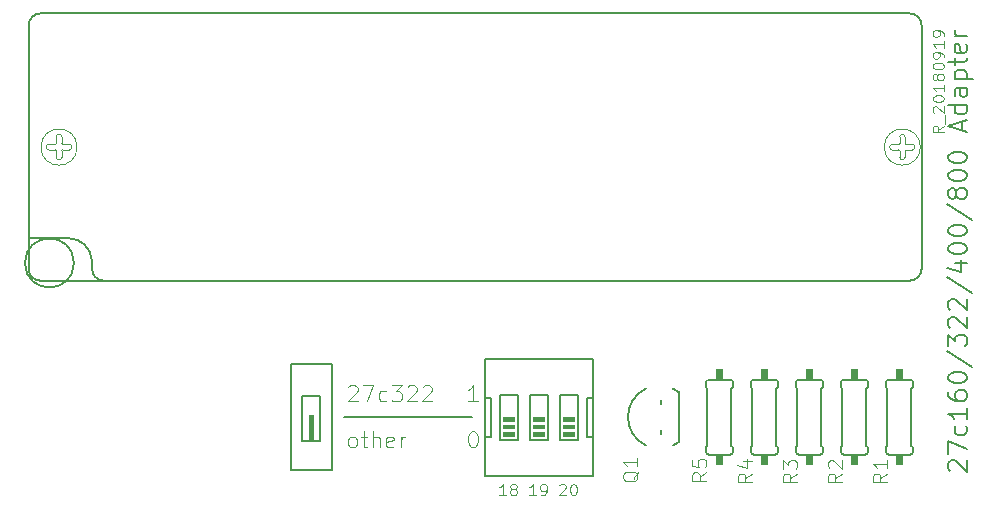
<source format=gbr>
G04 #@! TF.GenerationSoftware,KiCad,Pcbnew,(5.0.0)*
G04 #@! TF.CreationDate,2018-09-19T19:41:42-05:00*
G04 #@! TF.ProjectId,27C160_Adapter,3237433136305F416461707465722E6B,rev?*
G04 #@! TF.SameCoordinates,Original*
G04 #@! TF.FileFunction,Legend,Top*
G04 #@! TF.FilePolarity,Positive*
%FSLAX46Y46*%
G04 Gerber Fmt 4.6, Leading zero omitted, Abs format (unit mm)*
G04 Created by KiCad (PCBNEW (5.0.0)) date 09/19/18 19:41:42*
%MOMM*%
%LPD*%
G01*
G04 APERTURE LIST*
%ADD10C,0.081280*%
%ADD11C,0.134112*%
%ADD12C,0.150000*%
%ADD13C,0.113792*%
%ADD14C,0.152400*%
%ADD15C,0.100000*%
%ADD16C,0.127000*%
%ADD17C,0.203200*%
%ADD18C,0.101600*%
%ADD19C,0.120650*%
G04 APERTURE END LIST*
D10*
X185917598Y-94316585D02*
X185457979Y-94638318D01*
X185917598Y-94868128D02*
X184952398Y-94868128D01*
X184952398Y-94500433D01*
X184998360Y-94408509D01*
X185044321Y-94362547D01*
X185136245Y-94316585D01*
X185274131Y-94316585D01*
X185366055Y-94362547D01*
X185412017Y-94408509D01*
X185457979Y-94500433D01*
X185457979Y-94868128D01*
X186009521Y-94132738D02*
X186009521Y-93397347D01*
X185044321Y-93213499D02*
X184998360Y-93167538D01*
X184952398Y-93075614D01*
X184952398Y-92845804D01*
X184998360Y-92753880D01*
X185044321Y-92707918D01*
X185136245Y-92661957D01*
X185228169Y-92661957D01*
X185366055Y-92707918D01*
X185917598Y-93259461D01*
X185917598Y-92661957D01*
X184952398Y-92064452D02*
X184952398Y-91972528D01*
X184998360Y-91880604D01*
X185044321Y-91834642D01*
X185136245Y-91788680D01*
X185320093Y-91742718D01*
X185549902Y-91742718D01*
X185733750Y-91788680D01*
X185825674Y-91834642D01*
X185871636Y-91880604D01*
X185917598Y-91972528D01*
X185917598Y-92064452D01*
X185871636Y-92156376D01*
X185825674Y-92202338D01*
X185733750Y-92248299D01*
X185549902Y-92294261D01*
X185320093Y-92294261D01*
X185136245Y-92248299D01*
X185044321Y-92202338D01*
X184998360Y-92156376D01*
X184952398Y-92064452D01*
X185917598Y-90823480D02*
X185917598Y-91375023D01*
X185917598Y-91099252D02*
X184952398Y-91099252D01*
X185090283Y-91191176D01*
X185182207Y-91283099D01*
X185228169Y-91375023D01*
X185366055Y-90271938D02*
X185320093Y-90363861D01*
X185274131Y-90409823D01*
X185182207Y-90455785D01*
X185136245Y-90455785D01*
X185044321Y-90409823D01*
X184998360Y-90363861D01*
X184952398Y-90271938D01*
X184952398Y-90088090D01*
X184998360Y-89996166D01*
X185044321Y-89950204D01*
X185136245Y-89904242D01*
X185182207Y-89904242D01*
X185274131Y-89950204D01*
X185320093Y-89996166D01*
X185366055Y-90088090D01*
X185366055Y-90271938D01*
X185412017Y-90363861D01*
X185457979Y-90409823D01*
X185549902Y-90455785D01*
X185733750Y-90455785D01*
X185825674Y-90409823D01*
X185871636Y-90363861D01*
X185917598Y-90271938D01*
X185917598Y-90088090D01*
X185871636Y-89996166D01*
X185825674Y-89950204D01*
X185733750Y-89904242D01*
X185549902Y-89904242D01*
X185457979Y-89950204D01*
X185412017Y-89996166D01*
X185366055Y-90088090D01*
X184952398Y-89306738D02*
X184952398Y-89214814D01*
X184998360Y-89122890D01*
X185044321Y-89076928D01*
X185136245Y-89030966D01*
X185320093Y-88985004D01*
X185549902Y-88985004D01*
X185733750Y-89030966D01*
X185825674Y-89076928D01*
X185871636Y-89122890D01*
X185917598Y-89214814D01*
X185917598Y-89306738D01*
X185871636Y-89398661D01*
X185825674Y-89444623D01*
X185733750Y-89490585D01*
X185549902Y-89536547D01*
X185320093Y-89536547D01*
X185136245Y-89490585D01*
X185044321Y-89444623D01*
X184998360Y-89398661D01*
X184952398Y-89306738D01*
X185917598Y-88525385D02*
X185917598Y-88341538D01*
X185871636Y-88249614D01*
X185825674Y-88203652D01*
X185687788Y-88111728D01*
X185503940Y-88065766D01*
X185136245Y-88065766D01*
X185044321Y-88111728D01*
X184998360Y-88157690D01*
X184952398Y-88249614D01*
X184952398Y-88433461D01*
X184998360Y-88525385D01*
X185044321Y-88571347D01*
X185136245Y-88617309D01*
X185366055Y-88617309D01*
X185457979Y-88571347D01*
X185503940Y-88525385D01*
X185549902Y-88433461D01*
X185549902Y-88249614D01*
X185503940Y-88157690D01*
X185457979Y-88111728D01*
X185366055Y-88065766D01*
X185917598Y-87146528D02*
X185917598Y-87698071D01*
X185917598Y-87422299D02*
X184952398Y-87422299D01*
X185090283Y-87514223D01*
X185182207Y-87606147D01*
X185228169Y-87698071D01*
X185917598Y-86686909D02*
X185917598Y-86503061D01*
X185871636Y-86411138D01*
X185825674Y-86365176D01*
X185687788Y-86273252D01*
X185503940Y-86227290D01*
X185136245Y-86227290D01*
X185044321Y-86273252D01*
X184998360Y-86319214D01*
X184952398Y-86411138D01*
X184952398Y-86594985D01*
X184998360Y-86686909D01*
X185044321Y-86732871D01*
X185136245Y-86778833D01*
X185366055Y-86778833D01*
X185457979Y-86732871D01*
X185503940Y-86686909D01*
X185549902Y-86594985D01*
X185549902Y-86411138D01*
X185503940Y-86319214D01*
X185457979Y-86273252D01*
X185366055Y-86227290D01*
D11*
X186443257Y-123525482D02*
X186367420Y-123449645D01*
X186291582Y-123297971D01*
X186291582Y-122918785D01*
X186367420Y-122767111D01*
X186443257Y-122691274D01*
X186594931Y-122615436D01*
X186746605Y-122615436D01*
X186974117Y-122691274D01*
X187884162Y-123601319D01*
X187884162Y-122615436D01*
X186291582Y-122084576D02*
X186291582Y-121022856D01*
X187884162Y-121705391D01*
X187808325Y-119733625D02*
X187884162Y-119885299D01*
X187884162Y-120188648D01*
X187808325Y-120340322D01*
X187732488Y-120416159D01*
X187580814Y-120491996D01*
X187125791Y-120491996D01*
X186974117Y-120416159D01*
X186898280Y-120340322D01*
X186822442Y-120188648D01*
X186822442Y-119885299D01*
X186898280Y-119733625D01*
X187884162Y-118216882D02*
X187884162Y-119126928D01*
X187884162Y-118671905D02*
X186291582Y-118671905D01*
X186519094Y-118823579D01*
X186670768Y-118975254D01*
X186746605Y-119126928D01*
X186291582Y-116851814D02*
X186291582Y-117155162D01*
X186367420Y-117306836D01*
X186443257Y-117382674D01*
X186670768Y-117534348D01*
X186974117Y-117610185D01*
X187580814Y-117610185D01*
X187732488Y-117534348D01*
X187808325Y-117458511D01*
X187884162Y-117306836D01*
X187884162Y-117003488D01*
X187808325Y-116851814D01*
X187732488Y-116775976D01*
X187580814Y-116700139D01*
X187201628Y-116700139D01*
X187049954Y-116775976D01*
X186974117Y-116851814D01*
X186898280Y-117003488D01*
X186898280Y-117306836D01*
X186974117Y-117458511D01*
X187049954Y-117534348D01*
X187201628Y-117610185D01*
X186291582Y-115714256D02*
X186291582Y-115562582D01*
X186367420Y-115410908D01*
X186443257Y-115335071D01*
X186594931Y-115259234D01*
X186898280Y-115183396D01*
X187277465Y-115183396D01*
X187580814Y-115259234D01*
X187732488Y-115335071D01*
X187808325Y-115410908D01*
X187884162Y-115562582D01*
X187884162Y-115714256D01*
X187808325Y-115865931D01*
X187732488Y-115941768D01*
X187580814Y-116017605D01*
X187277465Y-116093442D01*
X186898280Y-116093442D01*
X186594931Y-116017605D01*
X186443257Y-115941768D01*
X186367420Y-115865931D01*
X186291582Y-115714256D01*
X186215745Y-113363305D02*
X188263348Y-114728374D01*
X186291582Y-112984119D02*
X186291582Y-111998236D01*
X186898280Y-112529096D01*
X186898280Y-112301585D01*
X186974117Y-112149911D01*
X187049954Y-112074074D01*
X187201628Y-111998236D01*
X187580814Y-111998236D01*
X187732488Y-112074074D01*
X187808325Y-112149911D01*
X187884162Y-112301585D01*
X187884162Y-112756608D01*
X187808325Y-112908282D01*
X187732488Y-112984119D01*
X186443257Y-111391539D02*
X186367420Y-111315702D01*
X186291582Y-111164028D01*
X186291582Y-110784842D01*
X186367420Y-110633168D01*
X186443257Y-110557331D01*
X186594931Y-110481494D01*
X186746605Y-110481494D01*
X186974117Y-110557331D01*
X187884162Y-111467376D01*
X187884162Y-110481494D01*
X186443257Y-109874796D02*
X186367420Y-109798959D01*
X186291582Y-109647285D01*
X186291582Y-109268099D01*
X186367420Y-109116425D01*
X186443257Y-109040588D01*
X186594931Y-108964751D01*
X186746605Y-108964751D01*
X186974117Y-109040588D01*
X187884162Y-109950634D01*
X187884162Y-108964751D01*
X186215745Y-107144659D02*
X188263348Y-108509728D01*
X186822442Y-105931265D02*
X187884162Y-105931265D01*
X186215745Y-106310451D02*
X187353302Y-106689636D01*
X187353302Y-105703754D01*
X186291582Y-104793708D02*
X186291582Y-104642034D01*
X186367420Y-104490359D01*
X186443257Y-104414522D01*
X186594931Y-104338685D01*
X186898280Y-104262848D01*
X187277465Y-104262848D01*
X187580814Y-104338685D01*
X187732488Y-104414522D01*
X187808325Y-104490359D01*
X187884162Y-104642034D01*
X187884162Y-104793708D01*
X187808325Y-104945382D01*
X187732488Y-105021219D01*
X187580814Y-105097056D01*
X187277465Y-105172894D01*
X186898280Y-105172894D01*
X186594931Y-105097056D01*
X186443257Y-105021219D01*
X186367420Y-104945382D01*
X186291582Y-104793708D01*
X186291582Y-103276965D02*
X186291582Y-103125291D01*
X186367420Y-102973616D01*
X186443257Y-102897779D01*
X186594931Y-102821942D01*
X186898280Y-102746105D01*
X187277465Y-102746105D01*
X187580814Y-102821942D01*
X187732488Y-102897779D01*
X187808325Y-102973616D01*
X187884162Y-103125291D01*
X187884162Y-103276965D01*
X187808325Y-103428639D01*
X187732488Y-103504476D01*
X187580814Y-103580314D01*
X187277465Y-103656151D01*
X186898280Y-103656151D01*
X186594931Y-103580314D01*
X186443257Y-103504476D01*
X186367420Y-103428639D01*
X186291582Y-103276965D01*
X186215745Y-100926014D02*
X188263348Y-102291082D01*
X186974117Y-100167642D02*
X186898280Y-100319316D01*
X186822442Y-100395154D01*
X186670768Y-100470991D01*
X186594931Y-100470991D01*
X186443257Y-100395154D01*
X186367420Y-100319316D01*
X186291582Y-100167642D01*
X186291582Y-99864294D01*
X186367420Y-99712619D01*
X186443257Y-99636782D01*
X186594931Y-99560945D01*
X186670768Y-99560945D01*
X186822442Y-99636782D01*
X186898280Y-99712619D01*
X186974117Y-99864294D01*
X186974117Y-100167642D01*
X187049954Y-100319316D01*
X187125791Y-100395154D01*
X187277465Y-100470991D01*
X187580814Y-100470991D01*
X187732488Y-100395154D01*
X187808325Y-100319316D01*
X187884162Y-100167642D01*
X187884162Y-99864294D01*
X187808325Y-99712619D01*
X187732488Y-99636782D01*
X187580814Y-99560945D01*
X187277465Y-99560945D01*
X187125791Y-99636782D01*
X187049954Y-99712619D01*
X186974117Y-99864294D01*
X186291582Y-98575062D02*
X186291582Y-98423388D01*
X186367420Y-98271714D01*
X186443257Y-98195876D01*
X186594931Y-98120039D01*
X186898280Y-98044202D01*
X187277465Y-98044202D01*
X187580814Y-98120039D01*
X187732488Y-98195876D01*
X187808325Y-98271714D01*
X187884162Y-98423388D01*
X187884162Y-98575062D01*
X187808325Y-98726736D01*
X187732488Y-98802574D01*
X187580814Y-98878411D01*
X187277465Y-98954248D01*
X186898280Y-98954248D01*
X186594931Y-98878411D01*
X186443257Y-98802574D01*
X186367420Y-98726736D01*
X186291582Y-98575062D01*
X186291582Y-97058319D02*
X186291582Y-96906645D01*
X186367420Y-96754971D01*
X186443257Y-96679134D01*
X186594931Y-96603296D01*
X186898280Y-96527459D01*
X187277465Y-96527459D01*
X187580814Y-96603296D01*
X187732488Y-96679134D01*
X187808325Y-96754971D01*
X187884162Y-96906645D01*
X187884162Y-97058319D01*
X187808325Y-97209994D01*
X187732488Y-97285831D01*
X187580814Y-97361668D01*
X187277465Y-97437505D01*
X186898280Y-97437505D01*
X186594931Y-97361668D01*
X186443257Y-97285831D01*
X186367420Y-97209994D01*
X186291582Y-97058319D01*
X187429140Y-94707368D02*
X187429140Y-93948996D01*
X187884162Y-94859042D02*
X186291582Y-94328182D01*
X187884162Y-93797322D01*
X187884162Y-92583928D02*
X186291582Y-92583928D01*
X187808325Y-92583928D02*
X187884162Y-92735602D01*
X187884162Y-93038951D01*
X187808325Y-93190625D01*
X187732488Y-93266462D01*
X187580814Y-93342299D01*
X187125791Y-93342299D01*
X186974117Y-93266462D01*
X186898280Y-93190625D01*
X186822442Y-93038951D01*
X186822442Y-92735602D01*
X186898280Y-92583928D01*
X187884162Y-91143022D02*
X187049954Y-91143022D01*
X186898280Y-91218859D01*
X186822442Y-91370534D01*
X186822442Y-91673882D01*
X186898280Y-91825556D01*
X187808325Y-91143022D02*
X187884162Y-91294696D01*
X187884162Y-91673882D01*
X187808325Y-91825556D01*
X187656651Y-91901394D01*
X187504977Y-91901394D01*
X187353302Y-91825556D01*
X187277465Y-91673882D01*
X187277465Y-91294696D01*
X187201628Y-91143022D01*
X186822442Y-90384651D02*
X188415022Y-90384651D01*
X186898280Y-90384651D02*
X186822442Y-90232976D01*
X186822442Y-89929628D01*
X186898280Y-89777954D01*
X186974117Y-89702116D01*
X187125791Y-89626279D01*
X187580814Y-89626279D01*
X187732488Y-89702116D01*
X187808325Y-89777954D01*
X187884162Y-89929628D01*
X187884162Y-90232976D01*
X187808325Y-90384651D01*
X186822442Y-89171256D02*
X186822442Y-88564559D01*
X186291582Y-88943745D02*
X187656651Y-88943745D01*
X187808325Y-88867908D01*
X187884162Y-88716234D01*
X187884162Y-88564559D01*
X187808325Y-87427002D02*
X187884162Y-87578676D01*
X187884162Y-87882025D01*
X187808325Y-88033699D01*
X187656651Y-88109536D01*
X187049954Y-88109536D01*
X186898280Y-88033699D01*
X186822442Y-87882025D01*
X186822442Y-87578676D01*
X186898280Y-87427002D01*
X187049954Y-87351165D01*
X187201628Y-87351165D01*
X187353302Y-88109536D01*
X187884162Y-86668631D02*
X186822442Y-86668631D01*
X187125791Y-86668631D02*
X186974117Y-86592794D01*
X186898280Y-86516956D01*
X186822442Y-86365282D01*
X186822442Y-86213608D01*
D10*
X148831082Y-125607838D02*
X148279539Y-125607838D01*
X148555310Y-125607838D02*
X148555310Y-124642638D01*
X148463387Y-124780523D01*
X148371463Y-124872447D01*
X148279539Y-124918409D01*
X149382625Y-125056295D02*
X149290701Y-125010333D01*
X149244739Y-124964371D01*
X149198777Y-124872447D01*
X149198777Y-124826485D01*
X149244739Y-124734561D01*
X149290701Y-124688600D01*
X149382625Y-124642638D01*
X149566472Y-124642638D01*
X149658396Y-124688600D01*
X149704358Y-124734561D01*
X149750320Y-124826485D01*
X149750320Y-124872447D01*
X149704358Y-124964371D01*
X149658396Y-125010333D01*
X149566472Y-125056295D01*
X149382625Y-125056295D01*
X149290701Y-125102257D01*
X149244739Y-125148219D01*
X149198777Y-125240142D01*
X149198777Y-125423990D01*
X149244739Y-125515914D01*
X149290701Y-125561876D01*
X149382625Y-125607838D01*
X149566472Y-125607838D01*
X149658396Y-125561876D01*
X149704358Y-125515914D01*
X149750320Y-125423990D01*
X149750320Y-125240142D01*
X149704358Y-125148219D01*
X149658396Y-125102257D01*
X149566472Y-125056295D01*
X151371082Y-125607838D02*
X150819539Y-125607838D01*
X151095310Y-125607838D02*
X151095310Y-124642638D01*
X151003387Y-124780523D01*
X150911463Y-124872447D01*
X150819539Y-124918409D01*
X151830701Y-125607838D02*
X152014548Y-125607838D01*
X152106472Y-125561876D01*
X152152434Y-125515914D01*
X152244358Y-125378028D01*
X152290320Y-125194180D01*
X152290320Y-124826485D01*
X152244358Y-124734561D01*
X152198396Y-124688600D01*
X152106472Y-124642638D01*
X151922625Y-124642638D01*
X151830701Y-124688600D01*
X151784739Y-124734561D01*
X151738777Y-124826485D01*
X151738777Y-125056295D01*
X151784739Y-125148219D01*
X151830701Y-125194180D01*
X151922625Y-125240142D01*
X152106472Y-125240142D01*
X152198396Y-125194180D01*
X152244358Y-125148219D01*
X152290320Y-125056295D01*
X153359539Y-124734561D02*
X153405501Y-124688600D01*
X153497425Y-124642638D01*
X153727234Y-124642638D01*
X153819158Y-124688600D01*
X153865120Y-124734561D01*
X153911082Y-124826485D01*
X153911082Y-124918409D01*
X153865120Y-125056295D01*
X153313577Y-125607838D01*
X153911082Y-125607838D01*
X154508587Y-124642638D02*
X154600510Y-124642638D01*
X154692434Y-124688600D01*
X154738396Y-124734561D01*
X154784358Y-124826485D01*
X154830320Y-125010333D01*
X154830320Y-125240142D01*
X154784358Y-125423990D01*
X154738396Y-125515914D01*
X154692434Y-125561876D01*
X154600510Y-125607838D01*
X154508587Y-125607838D01*
X154416663Y-125561876D01*
X154370701Y-125515914D01*
X154324739Y-125423990D01*
X154278777Y-125240142D01*
X154278777Y-125010333D01*
X154324739Y-124826485D01*
X154370701Y-124734561D01*
X154416663Y-124688600D01*
X154508587Y-124642638D01*
D12*
X135166100Y-118973600D02*
X145961100Y-118973600D01*
D13*
X135497451Y-116416666D02*
X135561798Y-116352320D01*
X135690491Y-116287973D01*
X136012224Y-116287973D01*
X136140918Y-116352320D01*
X136205264Y-116416666D01*
X136269611Y-116545360D01*
X136269611Y-116674053D01*
X136205264Y-116867093D01*
X135433104Y-117639253D01*
X136269611Y-117639253D01*
X136720038Y-116287973D02*
X137620891Y-116287973D01*
X137041771Y-117639253D01*
X138714784Y-117574906D02*
X138586091Y-117639253D01*
X138328704Y-117639253D01*
X138200011Y-117574906D01*
X138135664Y-117510560D01*
X138071318Y-117381866D01*
X138071318Y-116995786D01*
X138135664Y-116867093D01*
X138200011Y-116802746D01*
X138328704Y-116738400D01*
X138586091Y-116738400D01*
X138714784Y-116802746D01*
X139165211Y-116287973D02*
X140001718Y-116287973D01*
X139551291Y-116802746D01*
X139744331Y-116802746D01*
X139873024Y-116867093D01*
X139937371Y-116931440D01*
X140001718Y-117060133D01*
X140001718Y-117381866D01*
X139937371Y-117510560D01*
X139873024Y-117574906D01*
X139744331Y-117639253D01*
X139358251Y-117639253D01*
X139229558Y-117574906D01*
X139165211Y-117510560D01*
X140516491Y-116416666D02*
X140580838Y-116352320D01*
X140709531Y-116287973D01*
X141031264Y-116287973D01*
X141159958Y-116352320D01*
X141224304Y-116416666D01*
X141288651Y-116545360D01*
X141288651Y-116674053D01*
X141224304Y-116867093D01*
X140452144Y-117639253D01*
X141288651Y-117639253D01*
X141803424Y-116416666D02*
X141867771Y-116352320D01*
X141996464Y-116287973D01*
X142318198Y-116287973D01*
X142446891Y-116352320D01*
X142511238Y-116416666D01*
X142575584Y-116545360D01*
X142575584Y-116674053D01*
X142511238Y-116867093D01*
X141739078Y-117639253D01*
X142575584Y-117639253D01*
X135754838Y-121530533D02*
X135626144Y-121466186D01*
X135561798Y-121401840D01*
X135497451Y-121273146D01*
X135497451Y-120887066D01*
X135561798Y-120758373D01*
X135626144Y-120694026D01*
X135754838Y-120629680D01*
X135947878Y-120629680D01*
X136076571Y-120694026D01*
X136140918Y-120758373D01*
X136205264Y-120887066D01*
X136205264Y-121273146D01*
X136140918Y-121401840D01*
X136076571Y-121466186D01*
X135947878Y-121530533D01*
X135754838Y-121530533D01*
X136591344Y-120629680D02*
X137106118Y-120629680D01*
X136784384Y-120179253D02*
X136784384Y-121337493D01*
X136848731Y-121466186D01*
X136977424Y-121530533D01*
X137106118Y-121530533D01*
X137556544Y-121530533D02*
X137556544Y-120179253D01*
X138135664Y-121530533D02*
X138135664Y-120822720D01*
X138071318Y-120694026D01*
X137942624Y-120629680D01*
X137749584Y-120629680D01*
X137620891Y-120694026D01*
X137556544Y-120758373D01*
X139293904Y-121466186D02*
X139165211Y-121530533D01*
X138907824Y-121530533D01*
X138779131Y-121466186D01*
X138714784Y-121337493D01*
X138714784Y-120822720D01*
X138779131Y-120694026D01*
X138907824Y-120629680D01*
X139165211Y-120629680D01*
X139293904Y-120694026D01*
X139358251Y-120822720D01*
X139358251Y-120951413D01*
X138714784Y-121080106D01*
X139937371Y-121530533D02*
X139937371Y-120629680D01*
X139937371Y-120887066D02*
X140001718Y-120758373D01*
X140066064Y-120694026D01*
X140194758Y-120629680D01*
X140323451Y-120629680D01*
X146429611Y-117639253D02*
X145657451Y-117639253D01*
X146043531Y-117639253D02*
X146043531Y-116287973D01*
X145914838Y-116481013D01*
X145786144Y-116609706D01*
X145657451Y-116674053D01*
X145979184Y-120179253D02*
X146107878Y-120179253D01*
X146236571Y-120243600D01*
X146300918Y-120307946D01*
X146365264Y-120436640D01*
X146429611Y-120694026D01*
X146429611Y-121015760D01*
X146365264Y-121273146D01*
X146300918Y-121401840D01*
X146236571Y-121466186D01*
X146107878Y-121530533D01*
X145979184Y-121530533D01*
X145850491Y-121466186D01*
X145786144Y-121401840D01*
X145721798Y-121273146D01*
X145657451Y-121015760D01*
X145657451Y-120694026D01*
X145721798Y-120436640D01*
X145786144Y-120307946D01*
X145850491Y-120243600D01*
X145979184Y-120179253D01*
D14*
G04 #@! TO.C,R1*
X183299000Y-116053000D02*
G75*
G03X183045000Y-115799000I-254000J0D01*
G01*
X181013000Y-116053000D02*
G75*
G02X181267000Y-115799000I254000J0D01*
G01*
X181267000Y-122149000D02*
G75*
G02X181013000Y-121895000I0J254000D01*
G01*
X183045000Y-122149000D02*
G75*
G03X183299000Y-121895000I0J254000D01*
G01*
X181267000Y-115799000D02*
X183045000Y-115799000D01*
X183299000Y-116053000D02*
X183299000Y-116434000D01*
X183172000Y-116561000D02*
X183299000Y-116434000D01*
X181013000Y-116053000D02*
X181013000Y-116434000D01*
X181140000Y-116561000D02*
X181013000Y-116434000D01*
X183172000Y-121387000D02*
X183299000Y-121514000D01*
X183172000Y-121387000D02*
X183172000Y-116561000D01*
X181140000Y-121387000D02*
X181013000Y-121514000D01*
X181140000Y-121387000D02*
X181140000Y-116561000D01*
X183299000Y-121895000D02*
X183299000Y-121514000D01*
X181013000Y-121895000D02*
X181013000Y-121514000D01*
X181267000Y-122149000D02*
X183045000Y-122149000D01*
D15*
G36*
X181851200Y-122149000D02*
X181851200Y-123012600D01*
X182460800Y-123012600D01*
X182460800Y-122149000D01*
X181851200Y-122149000D01*
G37*
G36*
X181851200Y-114935400D02*
X181851200Y-115799000D01*
X182460800Y-115799000D01*
X182460800Y-114935400D01*
X181851200Y-114935400D01*
G37*
D14*
G04 #@! TO.C,R2*
X179489000Y-116053000D02*
G75*
G03X179235000Y-115799000I-254000J0D01*
G01*
X177203000Y-116053000D02*
G75*
G02X177457000Y-115799000I254000J0D01*
G01*
X177457000Y-122149000D02*
G75*
G02X177203000Y-121895000I0J254000D01*
G01*
X179235000Y-122149000D02*
G75*
G03X179489000Y-121895000I0J254000D01*
G01*
X177457000Y-115799000D02*
X179235000Y-115799000D01*
X179489000Y-116053000D02*
X179489000Y-116434000D01*
X179362000Y-116561000D02*
X179489000Y-116434000D01*
X177203000Y-116053000D02*
X177203000Y-116434000D01*
X177330000Y-116561000D02*
X177203000Y-116434000D01*
X179362000Y-121387000D02*
X179489000Y-121514000D01*
X179362000Y-121387000D02*
X179362000Y-116561000D01*
X177330000Y-121387000D02*
X177203000Y-121514000D01*
X177330000Y-121387000D02*
X177330000Y-116561000D01*
X179489000Y-121895000D02*
X179489000Y-121514000D01*
X177203000Y-121895000D02*
X177203000Y-121514000D01*
X177457000Y-122149000D02*
X179235000Y-122149000D01*
D15*
G36*
X178041200Y-122149000D02*
X178041200Y-123012600D01*
X178650800Y-123012600D01*
X178650800Y-122149000D01*
X178041200Y-122149000D01*
G37*
G36*
X178041200Y-114935400D02*
X178041200Y-115799000D01*
X178650800Y-115799000D01*
X178650800Y-114935400D01*
X178041200Y-114935400D01*
G37*
D14*
G04 #@! TO.C,SW2*
X147104000Y-123927000D02*
X156248000Y-123927000D01*
X156248000Y-114021000D02*
X147104000Y-114021000D01*
X147104000Y-114021000D02*
X147104000Y-117323000D01*
X147104000Y-120625000D02*
X147612000Y-120625000D01*
X147612000Y-120625000D02*
X147612000Y-117323000D01*
X147612000Y-117323000D02*
X147104000Y-117323000D01*
X147104000Y-120625000D02*
X147104000Y-123927000D01*
X147104000Y-117323000D02*
X147104000Y-120625000D01*
X156248000Y-123927000D02*
X156248000Y-120625000D01*
X156248000Y-117323000D02*
X155740000Y-117323000D01*
X155740000Y-117323000D02*
X155740000Y-120625000D01*
X155740000Y-120625000D02*
X156248000Y-120625000D01*
X156248000Y-117323000D02*
X156248000Y-114021000D01*
X156248000Y-120625000D02*
X156248000Y-117323000D01*
X153454000Y-117069000D02*
X153454000Y-120879000D01*
X153454000Y-117069000D02*
X154978000Y-117069000D01*
X154978000Y-120879000D02*
X154978000Y-117069000D01*
X154978000Y-120879000D02*
X153454000Y-120879000D01*
X150914000Y-117069000D02*
X150914000Y-120879000D01*
X150914000Y-117069000D02*
X152438000Y-117069000D01*
X152438000Y-120879000D02*
X152438000Y-117069000D01*
X152438000Y-120879000D02*
X150914000Y-120879000D01*
X148374000Y-117069000D02*
X148374000Y-120879000D01*
X148374000Y-117069000D02*
X149898000Y-117069000D01*
X149898000Y-120879000D02*
X149898000Y-117069000D01*
X149898000Y-120879000D02*
X148374000Y-120879000D01*
D15*
G36*
X153708000Y-119355000D02*
X154724000Y-119355000D01*
X154724000Y-118974000D01*
X153708000Y-118974000D01*
X153708000Y-119355000D01*
G37*
G36*
X153708000Y-119990000D02*
X154724000Y-119990000D01*
X154724000Y-119609000D01*
X153708000Y-119609000D01*
X153708000Y-119990000D01*
G37*
G36*
X153708000Y-120625000D02*
X154724000Y-120625000D01*
X154724000Y-120244000D01*
X153708000Y-120244000D01*
X153708000Y-120625000D01*
G37*
G36*
X151168000Y-119355000D02*
X152184000Y-119355000D01*
X152184000Y-118974000D01*
X151168000Y-118974000D01*
X151168000Y-119355000D01*
G37*
G36*
X151168000Y-119990000D02*
X152184000Y-119990000D01*
X152184000Y-119609000D01*
X151168000Y-119609000D01*
X151168000Y-119990000D01*
G37*
G36*
X151168000Y-120625000D02*
X152184000Y-120625000D01*
X152184000Y-120244000D01*
X151168000Y-120244000D01*
X151168000Y-120625000D01*
G37*
G36*
X148628000Y-119355000D02*
X149644000Y-119355000D01*
X149644000Y-118974000D01*
X148628000Y-118974000D01*
X148628000Y-119355000D01*
G37*
G36*
X148628000Y-119990000D02*
X149644000Y-119990000D01*
X149644000Y-119609000D01*
X148628000Y-119609000D01*
X148628000Y-119990000D01*
G37*
G36*
X148628000Y-120625000D02*
X149644000Y-120625000D01*
X149644000Y-120244000D01*
X148628000Y-120244000D01*
X148628000Y-120625000D01*
G37*
D14*
G04 #@! TO.C,R3*
X175679000Y-116053000D02*
G75*
G03X175425000Y-115799000I-254000J0D01*
G01*
X173393000Y-116053000D02*
G75*
G02X173647000Y-115799000I254000J0D01*
G01*
X173647000Y-122149000D02*
G75*
G02X173393000Y-121895000I0J254000D01*
G01*
X175425000Y-122149000D02*
G75*
G03X175679000Y-121895000I0J254000D01*
G01*
X173647000Y-115799000D02*
X175425000Y-115799000D01*
X175679000Y-116053000D02*
X175679000Y-116434000D01*
X175552000Y-116561000D02*
X175679000Y-116434000D01*
X173393000Y-116053000D02*
X173393000Y-116434000D01*
X173520000Y-116561000D02*
X173393000Y-116434000D01*
X175552000Y-121387000D02*
X175679000Y-121514000D01*
X175552000Y-121387000D02*
X175552000Y-116561000D01*
X173520000Y-121387000D02*
X173393000Y-121514000D01*
X173520000Y-121387000D02*
X173520000Y-116561000D01*
X175679000Y-121895000D02*
X175679000Y-121514000D01*
X173393000Y-121895000D02*
X173393000Y-121514000D01*
X173647000Y-122149000D02*
X175425000Y-122149000D01*
D15*
G36*
X174231200Y-122149000D02*
X174231200Y-123012600D01*
X174840800Y-123012600D01*
X174840800Y-122149000D01*
X174231200Y-122149000D01*
G37*
G36*
X174231200Y-114935400D02*
X174231200Y-115799000D01*
X174840800Y-115799000D01*
X174840800Y-114935400D01*
X174231200Y-114935400D01*
G37*
D16*
G04 #@! TO.C,SW1*
X134106000Y-123474000D02*
X134106000Y-114474000D01*
X134106000Y-114474000D02*
X130606000Y-114474000D01*
X130606000Y-114474000D02*
X130606000Y-123474000D01*
X130606000Y-123474000D02*
X134106000Y-123474000D01*
X131606000Y-118724000D02*
X131606000Y-117224000D01*
X131606000Y-117224000D02*
X133106000Y-117224000D01*
X133106000Y-117224000D02*
X133106000Y-118724000D01*
X131606000Y-117224000D02*
X131606000Y-120974000D01*
X131606000Y-120974000D02*
X133106000Y-120974000D01*
X133106000Y-120974000D02*
X133106000Y-117224000D01*
X133106000Y-117224000D02*
X131606000Y-117224000D01*
D15*
G36*
X132546500Y-121069500D02*
X132546500Y-120053500D01*
X132165500Y-120053500D01*
X132165500Y-121069500D01*
X132546500Y-121069500D01*
G37*
G36*
X132546500Y-120434500D02*
X132546500Y-119418500D01*
X132165500Y-119418500D01*
X132165500Y-120434500D01*
X132546500Y-120434500D01*
G37*
G36*
X132546500Y-119799500D02*
X132546500Y-118783500D01*
X132165500Y-118783500D01*
X132165500Y-119799500D01*
X132546500Y-119799500D01*
G37*
D14*
G04 #@! TO.C,R4*
X171869000Y-116053000D02*
G75*
G03X171615000Y-115799000I-254000J0D01*
G01*
X169583000Y-116053000D02*
G75*
G02X169837000Y-115799000I254000J0D01*
G01*
X169837000Y-122149000D02*
G75*
G02X169583000Y-121895000I0J254000D01*
G01*
X171615000Y-122149000D02*
G75*
G03X171869000Y-121895000I0J254000D01*
G01*
X169837000Y-115799000D02*
X171615000Y-115799000D01*
X171869000Y-116053000D02*
X171869000Y-116434000D01*
X171742000Y-116561000D02*
X171869000Y-116434000D01*
X169583000Y-116053000D02*
X169583000Y-116434000D01*
X169710000Y-116561000D02*
X169583000Y-116434000D01*
X171742000Y-121387000D02*
X171869000Y-121514000D01*
X171742000Y-121387000D02*
X171742000Y-116561000D01*
X169710000Y-121387000D02*
X169583000Y-121514000D01*
X169710000Y-121387000D02*
X169710000Y-116561000D01*
X171869000Y-121895000D02*
X171869000Y-121514000D01*
X169583000Y-121895000D02*
X169583000Y-121514000D01*
X169837000Y-122149000D02*
X171615000Y-122149000D01*
D15*
G36*
X170421200Y-122149000D02*
X170421200Y-123012600D01*
X171030800Y-123012600D01*
X171030800Y-122149000D01*
X170421200Y-122149000D01*
G37*
G36*
X170421200Y-114935400D02*
X170421200Y-115799000D01*
X171030800Y-115799000D01*
X171030800Y-114935400D01*
X170421200Y-114935400D01*
G37*
D14*
G04 #@! TO.C,R5*
X165773000Y-121895000D02*
G75*
G03X166027000Y-122149000I254000J0D01*
G01*
X168059000Y-121895000D02*
G75*
G02X167805000Y-122149000I-254000J0D01*
G01*
X167805000Y-115799000D02*
G75*
G02X168059000Y-116053000I0J-254000D01*
G01*
X166027000Y-115799000D02*
G75*
G03X165773000Y-116053000I0J-254000D01*
G01*
X167805000Y-122149000D02*
X166027000Y-122149000D01*
X165773000Y-121895000D02*
X165773000Y-121514000D01*
X165900000Y-121387000D02*
X165773000Y-121514000D01*
X168059000Y-121895000D02*
X168059000Y-121514000D01*
X167932000Y-121387000D02*
X168059000Y-121514000D01*
X165900000Y-116561000D02*
X165773000Y-116434000D01*
X165900000Y-116561000D02*
X165900000Y-121387000D01*
X167932000Y-116561000D02*
X168059000Y-116434000D01*
X167932000Y-116561000D02*
X167932000Y-121387000D01*
X165773000Y-116053000D02*
X165773000Y-116434000D01*
X168059000Y-116053000D02*
X168059000Y-116434000D01*
X167805000Y-115799000D02*
X166027000Y-115799000D01*
D15*
G36*
X167220800Y-115799000D02*
X167220800Y-114935400D01*
X166611200Y-114935400D01*
X166611200Y-115799000D01*
X167220800Y-115799000D01*
G37*
G36*
X167220800Y-123012600D02*
X167220800Y-122149000D01*
X166611200Y-122149000D01*
X166611200Y-123012600D01*
X167220800Y-123012600D01*
G37*
D16*
G04 #@! TO.C,Q1*
X163487000Y-121069000D02*
X163487000Y-116879000D01*
X160700098Y-116561001D02*
G75*
G03X160700100Y-121387000I1135910J-2412999D01*
G01*
X163487000Y-121069000D02*
G75*
G02X162971900Y-121387500I-1651107J2094505D01*
G01*
X161963000Y-120110000D02*
X161963000Y-120378000D01*
X161963000Y-117570000D02*
X161963000Y-117838000D01*
X162947800Y-116549300D02*
G75*
G02X163487000Y-116879000I-1111910J-2424208D01*
G01*
D17*
G04 #@! TO.C,ZX1*
X109426000Y-84803600D02*
G75*
G03X108426000Y-85803600I0J-1000000D01*
G01*
X109426000Y-84803600D02*
X183026000Y-84803600D01*
X184026000Y-85803600D02*
G75*
G03X183026000Y-84803600I-1000000J0D01*
G01*
X184026000Y-85803600D02*
X184026000Y-106423600D01*
X183026000Y-107423600D02*
G75*
G03X184026000Y-106423600I0J1000000D01*
G01*
X183026000Y-107423600D02*
X109426000Y-107423600D01*
X108426000Y-106423600D02*
G75*
G03X109426000Y-107423600I1000000J0D01*
G01*
X108426000Y-106423600D02*
X108426000Y-85803600D01*
D18*
X110766000Y-95803600D02*
X110766000Y-95263600D01*
X110996000Y-95033600D02*
G75*
G03X110766000Y-95263600I0J-230000D01*
G01*
X111226000Y-95263600D02*
G75*
G03X110996000Y-95033600I-230000J0D01*
G01*
X111226000Y-95263600D02*
X111226000Y-95813600D01*
D17*
X108536000Y-103823600D02*
X111786000Y-103823600D01*
X113786000Y-105773598D02*
G75*
G03X111786000Y-103823600I-1999959J-50601D01*
G01*
X113786000Y-105773600D02*
X113786000Y-106423600D01*
X114836002Y-107423599D02*
G75*
G02X113786000Y-106423600I-48811J1000000D01*
G01*
D18*
X110686000Y-96343600D02*
X110146000Y-96343600D01*
X109916000Y-96113600D02*
G75*
G03X110146000Y-96343600I230000J0D01*
G01*
X110146000Y-95883600D02*
G75*
G03X109916000Y-96113600I0J-230000D01*
G01*
X110146000Y-95883600D02*
X110696000Y-95883600D01*
X110766000Y-95813600D02*
G75*
G02X110696000Y-95883600I-70000J0D01*
G01*
X110686000Y-96343600D02*
G75*
G02X110756000Y-96413600I0J-70000D01*
G01*
X111226000Y-96423600D02*
X111226000Y-96963600D01*
X110996000Y-97193600D02*
G75*
G03X111226000Y-96963600I0J230000D01*
G01*
X110766000Y-96963600D02*
G75*
G03X110996000Y-97193600I230000J0D01*
G01*
X110766000Y-96963600D02*
X110766000Y-96413600D01*
X111306000Y-95883600D02*
X111846000Y-95883600D01*
X112076000Y-96113600D02*
G75*
G03X111846000Y-95883600I-230000J0D01*
G01*
X111846000Y-96343600D02*
G75*
G03X112076000Y-96113600I0J230000D01*
G01*
X111846000Y-96343600D02*
X111296000Y-96343600D01*
X111226000Y-96413600D02*
G75*
G02X111296000Y-96343600I70000J0D01*
G01*
X111296000Y-95883600D02*
G75*
G02X111226000Y-95813600I0J70000D01*
G01*
X182166000Y-95803600D02*
X182166000Y-95263600D01*
X182396000Y-95033600D02*
G75*
G03X182166000Y-95263600I0J-230000D01*
G01*
X182626000Y-95263600D02*
G75*
G03X182396000Y-95033600I-230000J0D01*
G01*
X182626000Y-95263600D02*
X182626000Y-95813600D01*
X182086000Y-96343600D02*
X181546000Y-96343600D01*
X181316000Y-96113600D02*
G75*
G03X181546000Y-96343600I230000J0D01*
G01*
X181546000Y-95883600D02*
G75*
G03X181316000Y-96113600I0J-230000D01*
G01*
X181546000Y-95883600D02*
X182096000Y-95883600D01*
X182166000Y-95813600D02*
G75*
G02X182096000Y-95883600I-70000J0D01*
G01*
X182086000Y-96343600D02*
G75*
G02X182156000Y-96413600I0J-70000D01*
G01*
X182626000Y-96423600D02*
X182626000Y-96963600D01*
X182396000Y-97193600D02*
G75*
G03X182626000Y-96963600I0J230000D01*
G01*
X182166000Y-96963600D02*
G75*
G03X182396000Y-97193600I230000J0D01*
G01*
X182166000Y-96963600D02*
X182166000Y-96413600D01*
X182706000Y-95883600D02*
X183246000Y-95883600D01*
X183476000Y-96113600D02*
G75*
G03X183246000Y-95883600I-230000J0D01*
G01*
X183246000Y-96343600D02*
G75*
G03X183476000Y-96113600I0J230000D01*
G01*
X183246000Y-96343600D02*
X182696000Y-96343600D01*
X182626000Y-96413600D02*
G75*
G02X182696000Y-96343600I70000J0D01*
G01*
X182696000Y-95883600D02*
G75*
G02X182626000Y-95813600I0J70000D01*
G01*
X112526000Y-96113600D02*
G75*
G03X112526000Y-96113600I-1530000J0D01*
G01*
D17*
X112257800Y-105923600D02*
G75*
G03X112257800Y-105923600I-2071800J0D01*
G01*
D18*
X183926000Y-96113600D02*
G75*
G03X183926000Y-96113600I-1530000J0D01*
G01*
G04 #@! TO.C,R1*
D19*
X181107947Y-123758679D02*
X180533423Y-124160846D01*
X181107947Y-124448108D02*
X179901447Y-124448108D01*
X179901447Y-123988489D01*
X179958900Y-123873584D01*
X180016352Y-123816132D01*
X180131257Y-123758679D01*
X180303614Y-123758679D01*
X180418519Y-123816132D01*
X180475971Y-123873584D01*
X180533423Y-123988489D01*
X180533423Y-124448108D01*
X181107947Y-122609632D02*
X181107947Y-123299060D01*
X181107947Y-122954346D02*
X179901447Y-122954346D01*
X180073804Y-123069251D01*
X180188709Y-123184155D01*
X180246161Y-123299060D01*
G04 #@! TO.C,R2*
X177297947Y-123758679D02*
X176723423Y-124160846D01*
X177297947Y-124448108D02*
X176091447Y-124448108D01*
X176091447Y-123988489D01*
X176148900Y-123873584D01*
X176206352Y-123816132D01*
X176321257Y-123758679D01*
X176493614Y-123758679D01*
X176608519Y-123816132D01*
X176665971Y-123873584D01*
X176723423Y-123988489D01*
X176723423Y-124448108D01*
X176206352Y-123299060D02*
X176148900Y-123241608D01*
X176091447Y-123126703D01*
X176091447Y-122839441D01*
X176148900Y-122724536D01*
X176206352Y-122667084D01*
X176321257Y-122609632D01*
X176436161Y-122609632D01*
X176608519Y-122667084D01*
X177297947Y-123356512D01*
X177297947Y-122609632D01*
G04 #@! TO.C,R3*
X173487947Y-123758679D02*
X172913423Y-124160846D01*
X173487947Y-124448108D02*
X172281447Y-124448108D01*
X172281447Y-123988489D01*
X172338900Y-123873584D01*
X172396352Y-123816132D01*
X172511257Y-123758679D01*
X172683614Y-123758679D01*
X172798519Y-123816132D01*
X172855971Y-123873584D01*
X172913423Y-123988489D01*
X172913423Y-124448108D01*
X172281447Y-123356512D02*
X172281447Y-122609632D01*
X172741066Y-123011798D01*
X172741066Y-122839441D01*
X172798519Y-122724536D01*
X172855971Y-122667084D01*
X172970876Y-122609632D01*
X173258138Y-122609632D01*
X173373042Y-122667084D01*
X173430495Y-122724536D01*
X173487947Y-122839441D01*
X173487947Y-123184155D01*
X173430495Y-123299060D01*
X173373042Y-123356512D01*
G04 #@! TO.C,R4*
X169677947Y-123758679D02*
X169103423Y-124160846D01*
X169677947Y-124448108D02*
X168471447Y-124448108D01*
X168471447Y-123988489D01*
X168528900Y-123873584D01*
X168586352Y-123816132D01*
X168701257Y-123758679D01*
X168873614Y-123758679D01*
X168988519Y-123816132D01*
X169045971Y-123873584D01*
X169103423Y-123988489D01*
X169103423Y-124448108D01*
X168873614Y-122724536D02*
X169677947Y-122724536D01*
X168413995Y-123011798D02*
X169275780Y-123299060D01*
X169275780Y-122552179D01*
G04 #@! TO.C,R5*
X165804447Y-123659287D02*
X165229923Y-124061453D01*
X165804447Y-124348715D02*
X164597947Y-124348715D01*
X164597947Y-123889096D01*
X164655400Y-123774191D01*
X164712852Y-123716739D01*
X164827757Y-123659287D01*
X165000114Y-123659287D01*
X165115019Y-123716739D01*
X165172471Y-123774191D01*
X165229923Y-123889096D01*
X165229923Y-124348715D01*
X164597947Y-122567691D02*
X164597947Y-123142215D01*
X165172471Y-123199667D01*
X165115019Y-123142215D01*
X165057566Y-123027310D01*
X165057566Y-122740048D01*
X165115019Y-122625144D01*
X165172471Y-122567691D01*
X165287376Y-122510239D01*
X165574638Y-122510239D01*
X165689542Y-122567691D01*
X165746995Y-122625144D01*
X165804447Y-122740048D01*
X165804447Y-123027310D01*
X165746995Y-123142215D01*
X165689542Y-123199667D01*
G04 #@! TO.C,Q1*
X160077352Y-123544382D02*
X160019900Y-123659287D01*
X159904995Y-123774191D01*
X159732638Y-123946548D01*
X159675185Y-124061453D01*
X159675185Y-124176358D01*
X159962447Y-124118906D02*
X159904995Y-124233810D01*
X159790090Y-124348715D01*
X159560280Y-124406167D01*
X159158114Y-124406167D01*
X158928304Y-124348715D01*
X158813400Y-124233810D01*
X158755947Y-124118906D01*
X158755947Y-123889096D01*
X158813400Y-123774191D01*
X158928304Y-123659287D01*
X159158114Y-123601834D01*
X159560280Y-123601834D01*
X159790090Y-123659287D01*
X159904995Y-123774191D01*
X159962447Y-123889096D01*
X159962447Y-124118906D01*
X159962447Y-122452787D02*
X159962447Y-123142215D01*
X159962447Y-122797501D02*
X158755947Y-122797501D01*
X158928304Y-122912406D01*
X159043209Y-123027310D01*
X159100661Y-123142215D01*
G04 #@! TD*
M02*

</source>
